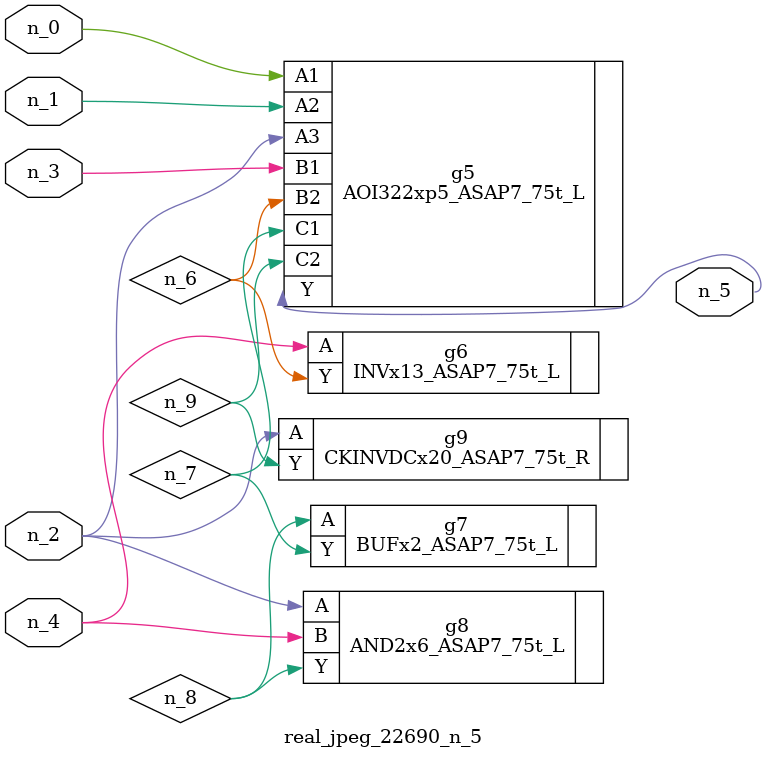
<source format=v>
module real_jpeg_22690_n_5 (n_4, n_0, n_1, n_2, n_3, n_5);

input n_4;
input n_0;
input n_1;
input n_2;
input n_3;

output n_5;

wire n_8;
wire n_6;
wire n_7;
wire n_9;

AOI322xp5_ASAP7_75t_L g5 ( 
.A1(n_0),
.A2(n_1),
.A3(n_2),
.B1(n_3),
.B2(n_6),
.C1(n_7),
.C2(n_9),
.Y(n_5)
);

AND2x6_ASAP7_75t_L g8 ( 
.A(n_2),
.B(n_4),
.Y(n_8)
);

CKINVDCx20_ASAP7_75t_R g9 ( 
.A(n_2),
.Y(n_9)
);

INVx13_ASAP7_75t_L g6 ( 
.A(n_4),
.Y(n_6)
);

BUFx2_ASAP7_75t_L g7 ( 
.A(n_8),
.Y(n_7)
);


endmodule
</source>
